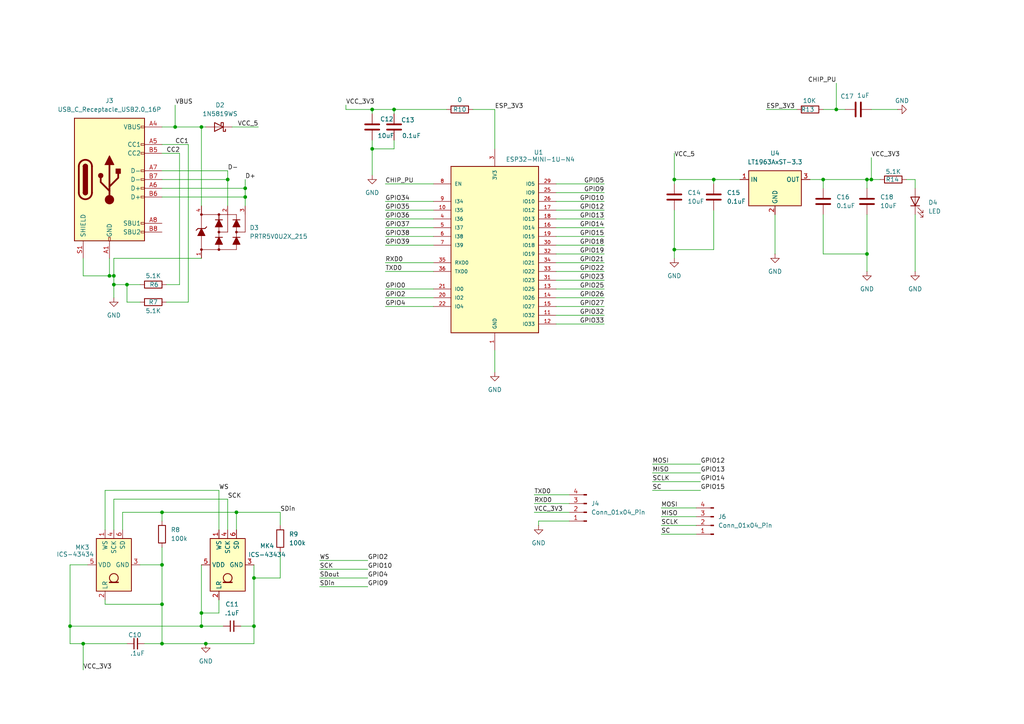
<source format=kicad_sch>
(kicad_sch (version 20231120) (generator "eeschema") (generator_version "8.0")
  (paper "A4")
  (lib_symbols
    (symbol "Connector:Conn_01x04_Pin" (pin_names (offset 1.016) hide)
      (property "Reference" "J" (at 0 5.08 0))
      (property "Value" "Conn_01x04_Pin" (at 0 -7.62 0))
      (symbol "Conn_01x04_Pin_1_1"
        (polyline (pts (xy 1.27 -5.08) (xy 0.8636 -5.08)) (stroke (width 0.1524)))
        (polyline (pts (xy 1.27 -2.54) (xy 0.8636 -2.54)) (stroke (width 0.1524)))
        (polyline (pts (xy 1.27 0) (xy 0.8636 0)) (stroke (width 0.1524)))
        (polyline (pts (xy 1.27 2.54) (xy 0.8636 2.54)) (stroke (width 0.1524)))
        (rectangle (start 0.8636 -4.953) (end 0 -5.207) (stroke (width 0.1524)) (fill (type outline)))
        (rectangle (start 0.8636 -2.413) (end 0 -2.667) (stroke (width 0.1524)) (fill (type outline)))
        (rectangle (start 0.8636 0.127) (end 0 -0.127) (stroke (width 0.1524)) (fill (type outline)))
        (rectangle (start 0.8636 2.667) (end 0 2.413) (stroke (width 0.1524)) (fill (type outline)))
        (pin passive line (at 5.08 2.54 180) (length 3.81) (name "Pin_1") (number "1"))
        (pin passive line (at 5.08 0 180) (length 3.81) (name "Pin_2") (number "2"))
        (pin passive line (at 5.08 -2.54 180) (length 3.81) (name "Pin_3") (number "3"))
        (pin passive line (at 5.08 -5.08 180) (length 3.81) (name "Pin_4") (number "4"))
      )
    )
    (symbol "Connector:USB_C_Receptacle_USB2.0_16P" (pin_names (offset 1.016))
      (property "Reference" "J" (at 0 22.225 0))
      (property "Value" "USB_C_Receptacle_USB2.0_16P" (at 0 19.685 0))
      (symbol "USB_C_Receptacle_USB2.0_16P_0_0"
        (rectangle (start -0.254 -17.78) (end 0.254 -16.764))
        (rectangle (start 10.16 -14.986) (end 9.144 -15.494))
        (rectangle (start 10.16 -12.446) (end 9.144 -12.954))
        (rectangle (start 10.16 -4.826) (end 9.144 -5.334))
        (rectangle (start 10.16 -2.286) (end 9.144 -2.794))
        (rectangle (start 10.16 0.254) (end 9.144 -0.254))
        (rectangle (start 10.16 2.794) (end 9.144 2.286))
        (rectangle (start 10.16 7.874) (end 9.144 7.366))
        (rectangle (start 10.16 10.414) (end 9.144 9.906))
        (rectangle (start 10.16 15.494) (end 9.144 14.986))
      )
      (symbol "USB_C_Receptacle_USB2.0_16P_0_1"
        (rectangle (start -10.16 17.78) (end 10.16 -17.78) (stroke (width 0.254)) (fill (type background)))
        (arc (start -8.89 -3.81) (mid -6.985 -5.7067) (end -5.08 -3.81) (stroke (width 0.508)))
        (arc (start -7.62 -3.81) (mid -6.985 -4.4423) (end -6.35 -3.81) (stroke (width 0.254)))
        (arc (start -7.62 -3.81) (mid -6.985 -4.4423) (end -6.35 -3.81) (stroke (width 0.254)) (fill (type outline)))
        (rectangle (start -7.62 -3.81) (end -6.35 3.81) (stroke (width 0.254)) (fill (type outline)))
        (arc (start -6.35 3.81) (mid -6.985 4.4423) (end -7.62 3.81) (stroke (width 0.254)))
        (arc (start -6.35 3.81) (mid -6.985 4.4423) (end -7.62 3.81) (stroke (width 0.254)) (fill (type outline)))
        (arc (start -5.08 3.81) (mid -6.985 5.7067) (end -8.89 3.81) (stroke (width 0.508)))
        (circle (center -2.54 1.143) (radius 0.635) (stroke (width 0.254)) (fill (type outline)))
        (circle (center 0 -5.842) (radius 1.27) (fill (type outline)))
        (polyline (pts (xy -8.89 -3.81) (xy -8.89 3.81)) (stroke (width 0.508)))
        (polyline (pts (xy -5.08 3.81) (xy -5.08 -3.81)) (stroke (width 0.508)))
        (polyline (pts (xy 0 -5.842) (xy 0 4.318)) (stroke (width 0.508)))
        (polyline (pts (xy 0 -3.302) (xy -2.54 -0.762) (xy -2.54 0.508)) (stroke (width 0.508)))
        (polyline (pts (xy 0 -2.032) (xy 2.54 0.508) (xy 2.54 1.778)) (stroke (width 0.508)))
        (polyline (pts (xy -1.27 4.318) (xy 0 6.858) (xy 1.27 4.318) (xy -1.27 4.318)) (stroke (width 0.254)) (fill (type outline)))
        (rectangle (start 1.905 1.778) (end 3.175 3.048) (stroke (width 0.254)) (fill (type outline)))
      )
      (symbol "USB_C_Receptacle_USB2.0_16P_1_1"
        (pin passive line (at 0 -22.86 90) (length 5.08) (name "GND") (number "A1"))
        (pin passive line (at 0 -22.86 90) (length 5.08) hide (name "GND") (number "A12"))
        (pin passive line (at 15.24 15.24 180) (length 5.08) (name "VBUS") (number "A4"))
        (pin bidirectional line (at 15.24 10.16 180) (length 5.08) (name "CC1") (number "A5"))
        (pin bidirectional line (at 15.24 -2.54 180) (length 5.08) (name "D+") (number "A6"))
        (pin bidirectional line (at 15.24 2.54 180) (length 5.08) (name "D-") (number "A7"))
        (pin bidirectional line (at 15.24 -12.7 180) (length 5.08) (name "SBU1") (number "A8"))
        (pin passive line (at 15.24 15.24 180) (length 5.08) hide (name "VBUS") (number "A9"))
        (pin passive line (at 0 -22.86 90) (length 5.08) hide (name "GND") (number "B1"))
        (pin passive line (at 0 -22.86 90) (length 5.08) hide (name "GND") (number "B12"))
        (pin passive line (at 15.24 15.24 180) (length 5.08) hide (name "VBUS") (number "B4"))
        (pin bidirectional line (at 15.24 7.62 180) (length 5.08) (name "CC2") (number "B5"))
        (pin bidirectional line (at 15.24 -5.08 180) (length 5.08) (name "D+") (number "B6"))
        (pin bidirectional line (at 15.24 0 180) (length 5.08) (name "D-") (number "B7"))
        (pin bidirectional line (at 15.24 -15.24 180) (length 5.08) (name "SBU2") (number "B8"))
        (pin passive line (at 15.24 15.24 180) (length 5.08) hide (name "VBUS") (number "B9"))
        (pin passive line (at -7.62 -22.86 90) (length 5.08) (name "SHIELD") (number "S1"))
      )
    )
    (symbol "Device:C" (pin_numbers hide) (pin_names (offset 0.254))
      (property "Reference" "C" (at 0.635 2.54 0))
      (property "Value" "C" (at 0.635 -2.54 0))
      (symbol "C_0_1"
        (polyline (pts (xy -2.032 -0.762) (xy 2.032 -0.762)) (stroke (width 0.508)))
        (polyline (pts (xy -2.032 0.762) (xy 2.032 0.762)) (stroke (width 0.508)))
      )
      (symbol "C_1_1"
        (pin passive line (at 0 3.81 270) (length 2.794) (name "~") (number "1"))
        (pin passive line (at 0 -3.81 90) (length 2.794) (name "~") (number "2"))
      )
    )
    (symbol "Device:C_Small" (pin_numbers hide) (pin_names (offset 0.254) hide)
      (property "Reference" "C" (at 0.254 1.778 0))
      (property "Value" "C_Small" (at 0.254 -2.032 0))
      (symbol "C_Small_0_1"
        (polyline (pts (xy -1.524 -0.508) (xy 1.524 -0.508)) (stroke (width 0.3302)))
        (polyline (pts (xy -1.524 0.508) (xy 1.524 0.508)) (stroke (width 0.3048)))
      )
      (symbol "C_Small_1_1"
        (pin passive line (at 0 2.54 270) (length 2.032) (name "~") (number "1"))
        (pin passive line (at 0 -2.54 90) (length 2.032) (name "~") (number "2"))
      )
    )
    (symbol "Device:LED" (pin_numbers hide) (pin_names (offset 1.016) hide)
      (property "Reference" "D" (at 0 2.54 0))
      (property "Value" "LED" (at 0 -2.54 0))
      (symbol "LED_0_1"
        (polyline (pts (xy -1.27 -1.27) (xy -1.27 1.27)) (stroke (width 0.254)))
        (polyline (pts (xy -1.27 0) (xy 1.27 0)))
        (polyline (pts (xy 1.27 -1.27) (xy 1.27 1.27) (xy -1.27 0) (xy 1.27 -1.27)) (stroke (width 0.254)))
        (polyline (pts (xy -3.048 -0.762) (xy -4.572 -2.286) (xy -3.81 -2.286) (xy -4.572 -2.286) (xy -4.572 -1.524)))
        (polyline (pts (xy -1.778 -0.762) (xy -3.302 -2.286) (xy -2.54 -2.286) (xy -3.302 -2.286) (xy -3.302 -1.524)))
      )
      (symbol "LED_1_1"
        (pin passive line (at -3.81 0 0) (length 2.54) (name "K") (number "1"))
        (pin passive line (at 3.81 0 180) (length 2.54) (name "A") (number "2"))
      )
    )
    (symbol "Device:R" (pin_numbers hide) (pin_names (offset 0))
      (property "Reference" "R" (at 2.032 0 90))
      (property "Value" "R" (at 0 0 90))
      (symbol "R_0_1"
        (rectangle (start -1.016 -2.54) (end 1.016 2.54) (stroke (width 0.254)))
      )
      (symbol "R_1_1"
        (pin passive line (at 0 3.81 270) (length 1.27) (name "~") (number "1"))
        (pin passive line (at 0 -3.81 90) (length 1.27) (name "~") (number "2"))
      )
    )
    (symbol "Diode:1N5819WS" (pin_numbers hide) (pin_names (offset 1.016) hide)
      (property "Reference" "D" (at 0 2.54 0))
      (property "Value" "1N5819WS" (at 0 -2.54 0))
      (symbol "1N5819WS_0_1"
        (polyline (pts (xy 1.27 0) (xy -1.27 0)))
        (polyline (pts (xy 1.27 1.27) (xy 1.27 -1.27) (xy -1.27 0) (xy 1.27 1.27)) (stroke (width 0.254)))
        (polyline (pts (xy -1.905 0.635) (xy -1.905 1.27) (xy -1.27 1.27) (xy -1.27 -1.27) (xy -0.635 -1.27) (xy -0.635 -0.635)) (stroke (width 0.254)))
      )
      (symbol "1N5819WS_1_1"
        (pin passive line (at -3.81 0 0) (length 2.54) (name "K") (number "1"))
        (pin passive line (at 3.81 0 180) (length 2.54) (name "A") (number "2"))
      )
    )
    (symbol "ESP32-MINI-1U-N4:ESP32-MINI-1U-N4" (pin_names (offset 1.016))
      (property "Reference" "U" (at -12.7 28.702 0))
      (property "Value" "ESP32-MINI-1U-N4" (at 2.794 25.908 0))
      (symbol "ESP32-MINI-1U-N4_0_0"
        (rectangle (start -12.7 25.4) (end 12.7 -22.86) (stroke (width 0.254)) (fill (type background)))
        (pin input line (at -17.78 12.7 0) (length 5.08) (name "I35") (number "10"))
        (pin bidirectional line (at 17.78 -17.78 180) (length 5.08) (name "IO32") (number "11"))
        (pin bidirectional line (at 17.78 -20.32 180) (length 5.08) (name "IO33") (number "12"))
        (pin bidirectional line (at 17.78 -10.16 180) (length 5.08) (name "IO25") (number "13"))
        (pin bidirectional line (at 17.78 -12.7 180) (length 5.08) (name "IO26") (number "14"))
        (pin bidirectional line (at 17.78 -15.24 180) (length 5.08) (name "IO27") (number "15"))
        (pin bidirectional line (at 17.78 7.62 180) (length 5.08) (name "IO14") (number "16"))
        (pin bidirectional line (at 17.78 12.7 180) (length 5.08) (name "IO12") (number "17"))
        (pin bidirectional line (at 17.78 10.16 180) (length 5.08) (name "IO13") (number "18"))
        (pin bidirectional line (at 17.78 5.08 180) (length 5.08) (name "IO15") (number "19"))
        (pin bidirectional line (at -17.78 -12.7 0) (length 5.08) (name "IO2") (number "20"))
        (pin bidirectional line (at -17.78 -10.16 0) (length 5.08) (name "IO0") (number "21"))
        (pin bidirectional line (at -17.78 -15.24 0) (length 5.08) (name "IO4") (number "22"))
        (pin bidirectional line (at 17.78 17.78 180) (length 5.08) (name "IO9") (number "25"))
        (pin bidirectional line (at 17.78 15.24 180) (length 5.08) (name "IO10") (number "26"))
        (pin bidirectional line (at 17.78 20.32 180) (length 5.08) (name "IO5") (number "29"))
        (pin power_in line (at 0 30.48 270) (length 5.08) (name "3V3") (number "3"))
        (pin bidirectional line (at 17.78 2.54 180) (length 5.08) (name "IO18") (number "30"))
        (pin bidirectional line (at 17.78 -7.62 180) (length 5.08) (name "IO23") (number "31"))
        (pin bidirectional line (at 17.78 0 180) (length 5.08) (name "IO19") (number "32"))
        (pin bidirectional line (at 17.78 -5.08 180) (length 5.08) (name "IO22") (number "33"))
        (pin bidirectional line (at 17.78 -2.54 180) (length 5.08) (name "IO21") (number "34"))
        (pin bidirectional line (at -17.78 -2.54 0) (length 5.08) (name "RXD0") (number "35"))
        (pin bidirectional line (at -17.78 -5.08 0) (length 5.08) (name "TXD0") (number "36"))
        (pin input line (at -17.78 10.16 0) (length 5.08) (name "I36") (number "4"))
        (pin input line (at -17.78 7.62 0) (length 5.08) (name "I37") (number "5"))
        (pin input line (at -17.78 5.08 0) (length 5.08) (name "I38") (number "6"))
        (pin input line (at -17.78 2.54 0) (length 5.08) (name "I39") (number "7"))
        (pin input line (at -17.78 20.32 0) (length 5.08) (name "EN") (number "8"))
        (pin input line (at -17.78 15.24 0) (length 5.08) (name "I34") (number "9"))
      )
      (symbol "ESP32-MINI-1U-N4_1_0"
        (pin power_in line (at 0 -27.94 90) (length 5.08) (name "GND") (number "1"))
        (pin power_in line (at 0 -27.94 90) (length 5.08) hide (name "GND") (number "2"))
        (pin no_connect line (at -17.78 -20.32 0) (length 5.08) hide (name "NC") (number "23"))
        (pin no_connect line (at -17.78 -20.32 0) (length 5.08) hide (name "NC__1") (number "24"))
        (pin power_in line (at 0 -27.94 90) (length 5.08) hide (name "GND") (number "27"))
        (pin no_connect line (at -17.78 -20.32 0) (length 5.08) hide (name "NC__2") (number "28"))
        (pin no_connect line (at -17.78 -20.32 0) (length 5.08) hide (name "NC__3") (number "37"))
        (pin power_in line (at 0 -27.94 90) (length 5.08) hide (name "GND") (number "38"))
        (pin power_in line (at 0 -27.94 90) (length 5.08) hide (name "GND") (number "39"))
        (pin power_in line (at 0 -27.94 90) (length 5.08) hide (name "GND") (number "40"))
        (pin power_in line (at 0 -27.94 90) (length 5.08) hide (name "GND") (number "41"))
        (pin power_in line (at 0 -27.94 90) (length 5.08) hide (name "GND") (number "42"))
        (pin power_in line (at 0 -27.94 90) (length 5.08) hide (name "GND") (number "43"))
        (pin power_in line (at 0 -27.94 90) (length 5.08) hide (name "GND") (number "44"))
        (pin power_in line (at 0 -27.94 90) (length 5.08) hide (name "GND") (number "45"))
        (pin power_in line (at 0 -27.94 90) (length 5.08) hide (name "GND") (number "46"))
        (pin power_in line (at 0 -27.94 90) (length 5.08) hide (name "GND") (number "47"))
        (pin power_in line (at 0 -27.94 90) (length 5.08) hide (name "GND") (number "48"))
        (pin power_in line (at 0 -27.94 90) (length 5.08) hide (name "GND") (number "49"))
        (pin power_in line (at 0 -27.94 90) (length 5.08) hide (name "GND") (number "50"))
        (pin power_in line (at 0 -27.94 90) (length 5.08) hide (name "GND") (number "51"))
        (pin power_in line (at 0 -27.94 90) (length 5.08) hide (name "GND") (number "52"))
        (pin power_in line (at 0 -27.94 90) (length 5.08) hide (name "GND") (number "53"))
        (pin power_in line (at 0 -27.94 90) (length 5.08) hide (name "GND") (number "54"))
        (pin power_in line (at 0 -27.94 90) (length 5.08) hide (name "GND") (number "55"))
        (pin power_in line (at 0 -27.94 90) (length 5.08) hide (name "GND") (number "56"))
        (pin power_in line (at 0 -27.94 90) (length 5.08) hide (name "GND") (number "57"))
        (pin power_in line (at 0 -27.94 90) (length 5.08) hide (name "GND") (number "58"))
        (pin power_in line (at 0 -27.94 90) (length 5.08) hide (name "GND") (number "59"))
        (pin power_in line (at 0 -27.94 90) (length 5.08) hide (name "GND") (number "60"))
        (pin power_in line (at 0 -27.94 90) (length 5.08) hide (name "GND") (number "61"))
        (pin power_in line (at 0 -27.94 90) (length 5.08) hide (name "GND") (number "62"))
      )
    )
    (symbol "PRTR5V0U2X_215:PRTR5V0U2X_215" (pin_names (offset 1.016))
      (property "Reference" "D" (at -2.5474 -7.5404 0))
      (property "Value" "PRTR5V0U2X_215" (at -2.543 -10.3245 0))
      (symbol "PRTR5V0U2X_215_0_0"
        (circle (center -5.08 -5.08) (radius 0.254) (stroke (width 0.254)))
        (circle (center -5.08 5.08) (radius 0.254) (stroke (width 0.254)))
        (circle (center 0 -5.08) (radius 0.254) (stroke (width 0.254)))
        (polyline (pts (xy -6.096 1.016) (xy -6.604 0.508)) (stroke (width 0.254)))
        (polyline (pts (xy -6.096 1.016) (xy -5.08 1.016)) (stroke (width 0.254)))
        (polyline (pts (xy -5.08 -1.016) (xy -5.08 -7.62)) (stroke (width 0.1524)))
        (polyline (pts (xy -5.08 1.016) (xy -5.08 7.62)) (stroke (width 0.1524)))
        (polyline (pts (xy -5.08 1.016) (xy -4.064 1.016)) (stroke (width 0.254)))
        (polyline (pts (xy -4.064 1.016) (xy -3.556 1.524)) (stroke (width 0.254)))
        (polyline (pts (xy -1.016 -1.524) (xy 0 -1.524)) (stroke (width 0.254)))
        (polyline (pts (xy -1.016 3.556) (xy 0 3.556)) (stroke (width 0.254)))
        (polyline (pts (xy 0 -5.08) (xy -5.08 -5.08)) (stroke (width 0.1524)))
        (polyline (pts (xy 0 -3.556) (xy 0 -5.08)) (stroke (width 0.1524)))
        (polyline (pts (xy 0 -1.524) (xy 0 0)) (stroke (width 0.1524)))
        (polyline (pts (xy 0 -1.524) (xy 1.016 -1.524)) (stroke (width 0.254)))
        (polyline (pts (xy 0 0) (xy 0 1.524)) (stroke (width 0.1524)))
        (polyline (pts (xy 0 0) (xy 2.54 0)) (stroke (width 0.1524)))
        (polyline (pts (xy 0 3.556) (xy 0 5.08)) (stroke (width 0.254)))
        (polyline (pts (xy 0 3.556) (xy 1.016 3.556)) (stroke (width 0.254)))
        (polyline (pts (xy 0 5.08) (xy -5.08 5.08)) (stroke (width 0.1524)))
        (polyline (pts (xy 2.54 0) (xy 2.54 7.62)) (stroke (width 0.1524)))
        (polyline (pts (xy 4.064 -1.524) (xy 5.08 -1.524)) (stroke (width 0.254)))
        (polyline (pts (xy 4.064 3.556) (xy 5.08 3.556)) (stroke (width 0.254)))
        (polyline (pts (xy 5.08 -5.08) (xy 0 -5.08)) (stroke (width 0.1524)))
        (polyline (pts (xy 5.08 -3.556) (xy 5.08 -5.08)) (stroke (width 0.1524)))
        (polyline (pts (xy 5.08 -1.524) (xy 5.08 0)) (stroke (width 0.1524)))
        (polyline (pts (xy 5.08 -1.524) (xy 6.096 -1.524)) (stroke (width 0.254)))
        (polyline (pts (xy 5.08 0) (xy 5.08 1.524)) (stroke (width 0.1524)))
        (polyline (pts (xy 5.08 0) (xy 7.62 0)) (stroke (width 0.1524)))
        (polyline (pts (xy 5.08 3.556) (xy 5.08 5.08)) (stroke (width 0.1524)))
        (polyline (pts (xy 5.08 3.556) (xy 6.096 3.556)) (stroke (width 0.254)))
        (polyline (pts (xy 5.08 5.08) (xy 0 5.08)) (stroke (width 0.1524)))
        (polyline (pts (xy 7.62 0) (xy 7.62 7.62)) (stroke (width 0.1524)))
        (polyline (pts (xy -6.096 -1.016) (xy -5.08 1.016) (xy -4.064 -1.016) (xy -6.096 -1.016)) (stroke (width 0.254)) (fill (type outline)))
        (polyline (pts (xy -1.016 -3.556) (xy 0 -1.524) (xy 1.016 -3.556) (xy -1.016 -3.556)) (stroke (width 0.254)) (fill (type outline)))
        (polyline (pts (xy -1.016 1.524) (xy 0 3.556) (xy 1.016 1.524) (xy -1.016 1.524)) (stroke (width 0.254)) (fill (type outline)))
        (polyline (pts (xy 4.064 -3.556) (xy 5.08 -1.524) (xy 6.096 -3.556) (xy 4.064 -3.556)) (stroke (width 0.254)) (fill (type outline)))
        (polyline (pts (xy 4.064 1.524) (xy 5.08 3.556) (xy 6.096 1.524) (xy 4.064 1.524)) (stroke (width 0.254)) (fill (type outline)))
        (circle (center 0 0) (radius 0.254) (stroke (width 0.254)))
        (circle (center 0 5.08) (radius 0.254) (stroke (width 0.254)))
        (circle (center 5.08 0) (radius 0.254) (stroke (width 0.254)))
        (pin passive line (at -5.08 -7.62 90) (length 2.54) (name "~") (number "1"))
        (pin passive line (at 2.54 7.62 270) (length 2.54) (name "~") (number "2"))
        (pin passive line (at 7.62 7.62 270) (length 2.54) (name "~") (number "3"))
        (pin passive line (at -5.08 7.62 270) (length 2.54) (name "~") (number "4"))
      )
    )
    (symbol "Regulator_Linear:LT1963AxST-3.3"
      (property "Reference" "U" (at -7.62 6.35 0))
      (property "Value" "LT1963AxST-3.3" (at -1.27 6.35 0))
      (symbol "LT1963AxST-3.3_0_1"
        (rectangle (start -7.62 5.08) (end 7.62 -5.08) (stroke (width 0.254)) (fill (type background)))
      )
      (symbol "LT1963AxST-3.3_1_1"
        (pin power_in line (at -10.16 2.54 0) (length 2.54) (name "IN") (number "1"))
        (pin power_in line (at 0 -7.62 90) (length 2.54) (name "GND") (number "2"))
        (pin power_out line (at 10.16 2.54 180) (length 2.54) (name "OUT") (number "3"))
      )
    )
    (symbol "Sensor_Audio:ICS-43434"
      (property "Reference" "MK" (at -7.62 6.35 0))
      (property "Value" "ICS-43434" (at 1.27 6.35 0))
      (symbol "ICS-43434_1_1"
        (rectangle (start -7.62 5.08) (end 7.62 -5.08) (stroke (width 0.254)) (fill (type background)))
        (circle (center -3.81 0) (radius 1.27) (stroke (width 0.254)))
        (polyline (pts (xy -5.08 1.27) (xy -5.08 -1.27)) (stroke (width 0.381)))
        (pin input line (at 10.16 2.54 180) (length 2.54) (name "WS") (number "1"))
        (pin input line (at -10.16 2.54 0) (length 2.54) (name "LR") (number "2"))
        (pin power_in line (at 0 -7.62 90) (length 2.54) (name "GND") (number "3"))
        (pin input line (at 10.16 0 180) (length 2.54) (name "SCK") (number "4"))
        (pin power_in line (at 0 7.62 270) (length 2.54) (name "VDD") (number "5"))
        (pin output line (at 10.16 -2.54 180) (length 2.54) (name "SD") (number "6"))
      )
    )
    (symbol "power:GND" (power) (pin_numbers hide) (pin_names (offset 0) hide)
      (property "Value" "GND" (at 0 -3.81 0))
      (symbol "GND_0_1"
        (polyline (pts (xy 0 0) (xy 0 -1.27) (xy 1.27 -1.27) (xy 0 -2.54) (xy -1.27 -1.27) (xy 0 -1.27)))
      )
      (symbol "GND_1_1"
        (pin power_in line (at 0 0 270) (length 0) (name "~") (number "1"))
      )
    )
  )
  (junction (at 20.32 181.61))
  (junction (at 107.95 31.75))
  (junction (at 24.13 186.69))
  (junction (at 31.75 80.01))
  (junction (at 251.46 52.07))
  (junction (at 46.99 148.59))
  (junction (at 71.12 54.61))
  (junction (at 114.3 31.75))
  (junction (at 238.76 52.07))
  (junction (at 195.58 52.07))
  (junction (at 58.42 181.61))
  (junction (at 58.42 177.8))
  (junction (at 58.42 36.83))
  (junction (at 71.12 57.15))
  (junction (at 207.01 52.07))
  (junction (at 50.8 36.83))
  (junction (at 33.02 80.01))
  (junction (at 68.58 148.59))
  (junction (at 66.04 52.07))
  (junction (at 59.69 186.69))
  (junction (at 195.58 72.39))
  (junction (at 46.99 175.26))
  (junction (at 46.99 163.83))
  (junction (at 242.57 31.75))
  (junction (at 36.83 82.55))
  (junction (at 33.02 82.55))
  (junction (at 73.66 181.61))
  (junction (at 251.46 73.66))
  (junction (at 46.99 186.69))
  (junction (at 107.95 43.18))
  (junction (at 73.66 167.64))
  (junction (at 252.73 52.07))
  (wire (pts (xy 33.02 74.93) (xy 33.02 80.01)))
  (wire (pts (xy 107.95 40.64) (xy 107.95 43.18)))
  (wire (pts (xy 24.13 194.31) (xy 24.13 186.69)))
  (wire (pts (xy 251.46 73.66) (xy 251.46 78.74)))
  (wire (pts (xy 175.26 60.96) (xy 161.29 60.96)))
  (wire (pts (xy 161.29 83.82) (xy 175.26 83.82)))
  (wire (pts (xy 189.23 139.7) (xy 203.2 139.7)))
  (wire (pts (xy 58.42 181.61) (xy 64.77 181.61)))
  (wire (pts (xy 125.73 66.04) (xy 111.76 66.04)))
  (wire (pts (xy 52.07 44.45) (xy 52.07 82.55)))
  (wire (pts (xy 161.29 76.2) (xy 175.26 76.2)))
  (wire (pts (xy 92.71 170.18) (xy 106.68 170.18)))
  (wire (pts (xy 238.76 52.07) (xy 251.46 52.07)))
  (wire (pts (xy 154.94 148.59) (xy 165.1 148.59)))
  (wire (pts (xy 175.26 63.5) (xy 161.29 63.5)))
  (wire (pts (xy 175.26 68.58) (xy 161.29 68.58)))
  (wire (pts (xy 20.32 181.61) (xy 58.42 181.61)))
  (wire (pts (xy 59.69 186.69) (xy 73.66 186.69)))
  (wire (pts (xy 73.66 186.69) (xy 73.66 181.61)))
  (wire (pts (xy 46.99 186.69) (xy 59.69 186.69)))
  (wire (pts (xy 54.61 41.91) (xy 54.61 87.63)))
  (wire (pts (xy 69.85 181.61) (xy 73.66 181.61)))
  (wire (pts (xy 30.48 142.24) (xy 30.48 153.67)))
  (wire (pts (xy 207.01 60.96) (xy 207.01 72.39)))
  (wire (pts (xy 125.73 71.12) (xy 111.76 71.12)))
  (wire (pts (xy 125.73 58.42) (xy 111.76 58.42)))
  (wire (pts (xy 58.42 177.8) (xy 63.5 177.8)))
  (wire (pts (xy 251.46 52.07) (xy 252.73 52.07)))
  (wire (pts (xy 251.46 52.07) (xy 251.46 54.61)))
  (wire (pts (xy 195.58 44.45) (xy 195.58 52.07)))
  (wire (pts (xy 191.77 149.86) (xy 201.93 149.86)))
  (wire (pts (xy 33.02 82.55) (xy 36.83 82.55)))
  (wire (pts (xy 154.94 143.51) (xy 165.1 143.51)))
  (wire (pts (xy 195.58 72.39) (xy 195.58 74.93)))
  (wire (pts (xy 238.76 31.75) (xy 242.57 31.75)))
  (wire (pts (xy 41.91 186.69) (xy 46.99 186.69)))
  (wire (pts (xy 114.3 40.64) (xy 114.3 43.18)))
  (wire (pts (xy 36.83 82.55) (xy 40.64 82.55)))
  (wire (pts (xy 156.21 151.13) (xy 156.21 152.4)))
  (wire (pts (xy 161.29 88.9) (xy 175.26 88.9)))
  (wire (pts (xy 111.76 53.34) (xy 125.73 53.34)))
  (wire (pts (xy 207.01 53.34) (xy 207.01 52.07)))
  (wire (pts (xy 67.31 36.83) (xy 74.93 36.83)))
  (wire (pts (xy 66.04 144.78) (xy 66.04 153.67)))
  (wire (pts (xy 58.42 181.61) (xy 58.42 177.8)))
  (wire (pts (xy 161.29 86.36) (xy 175.26 86.36)))
  (wire (pts (xy 35.56 153.67) (xy 35.56 148.59)))
  (wire (pts (xy 46.99 148.59) (xy 68.58 148.59)))
  (wire (pts (xy 33.02 74.93) (xy 58.42 74.93)))
  (wire (pts (xy 50.8 36.83) (xy 58.42 36.83)))
  (wire (pts (xy 58.42 36.83) (xy 59.69 36.83)))
  (wire (pts (xy 46.99 52.07) (xy 66.04 52.07)))
  (wire (pts (xy 222.25 31.75) (xy 231.14 31.75)))
  (wire (pts (xy 238.76 73.66) (xy 251.46 73.66)))
  (wire (pts (xy 107.95 31.75) (xy 114.3 31.75)))
  (wire (pts (xy 35.56 148.59) (xy 46.99 148.59)))
  (wire (pts (xy 66.04 52.07) (xy 66.04 59.69)))
  (wire (pts (xy 125.73 76.2) (xy 111.76 76.2)))
  (wire (pts (xy 252.73 52.07) (xy 255.27 52.07)))
  (wire (pts (xy 242.57 31.75) (xy 245.11 31.75)))
  (wire (pts (xy 189.23 142.24) (xy 203.2 142.24)))
  (wire (pts (xy 40.64 163.83) (xy 46.99 163.83)))
  (wire (pts (xy 175.26 53.34) (xy 161.29 53.34)))
  (wire (pts (xy 31.75 80.01) (xy 33.02 80.01)))
  (wire (pts (xy 191.77 154.94) (xy 201.93 154.94)))
  (wire (pts (xy 195.58 53.34) (xy 195.58 52.07)))
  (wire (pts (xy 54.61 87.63) (xy 48.26 87.63)))
  (wire (pts (xy 125.73 68.58) (xy 111.76 68.58)))
  (wire (pts (xy 71.12 57.15) (xy 71.12 59.69)))
  (wire (pts (xy 71.12 52.07) (xy 71.12 54.61)))
  (wire (pts (xy 24.13 80.01) (xy 31.75 80.01)))
  (wire (pts (xy 73.66 167.64) (xy 81.28 167.64)))
  (wire (pts (xy 20.32 186.69) (xy 20.32 181.61)))
  (wire (pts (xy 107.95 43.18) (xy 107.95 50.8)))
  (wire (pts (xy 92.71 165.1) (xy 106.68 165.1)))
  (wire (pts (xy 262.89 52.07) (xy 265.43 52.07)))
  (wire (pts (xy 161.29 73.66) (xy 175.26 73.66)))
  (wire (pts (xy 68.58 148.59) (xy 68.58 153.67)))
  (wire (pts (xy 114.3 43.18) (xy 107.95 43.18)))
  (wire (pts (xy 207.01 52.07) (xy 214.63 52.07)))
  (wire (pts (xy 175.26 58.42) (xy 161.29 58.42)))
  (wire (pts (xy 30.48 175.26) (xy 30.48 173.99)))
  (wire (pts (xy 68.58 148.59) (xy 81.28 148.59)))
  (wire (pts (xy 46.99 158.75) (xy 46.99 163.83)))
  (wire (pts (xy 175.26 55.88) (xy 161.29 55.88)))
  (wire (pts (xy 58.42 177.8) (xy 58.42 163.83)))
  (wire (pts (xy 100.33 31.75) (xy 107.95 31.75)))
  (wire (pts (xy 50.8 30.48) (xy 50.8 36.83)))
  (wire (pts (xy 252.73 31.75) (xy 260.35 31.75)))
  (wire (pts (xy 137.16 31.75) (xy 143.51 31.75)))
  (wire (pts (xy 33.02 144.78) (xy 66.04 144.78)))
  (wire (pts (xy 46.99 49.53) (xy 66.04 49.53)))
  (wire (pts (xy 191.77 147.32) (xy 201.93 147.32)))
  (wire (pts (xy 63.5 173.99) (xy 63.5 177.8)))
  (wire (pts (xy 92.71 162.56) (xy 106.68 162.56)))
  (wire (pts (xy 20.32 163.83) (xy 20.32 181.61)))
  (wire (pts (xy 30.48 175.26) (xy 46.99 175.26)))
  (wire (pts (xy 63.5 142.24) (xy 30.48 142.24)))
  (wire (pts (xy 125.73 60.96) (xy 111.76 60.96)))
  (wire (pts (xy 100.33 30.48) (xy 100.33 31.75)))
  (wire (pts (xy 81.28 148.59) (xy 81.28 152.4)))
  (wire (pts (xy 265.43 62.23) (xy 265.43 78.74)))
  (wire (pts (xy 238.76 62.23) (xy 238.76 73.66)))
  (wire (pts (xy 143.51 43.18) (xy 143.51 31.75)))
  (wire (pts (xy 63.5 153.67) (xy 63.5 142.24)))
  (wire (pts (xy 189.23 137.16) (xy 203.2 137.16)))
  (wire (pts (xy 25.4 163.83) (xy 20.32 163.83)))
  (wire (pts (xy 73.66 167.64) (xy 73.66 163.83)))
  (wire (pts (xy 107.95 31.75) (xy 107.95 33.02)))
  (wire (pts (xy 234.95 52.07) (xy 238.76 52.07)))
  (wire (pts (xy 175.26 71.12) (xy 161.29 71.12)))
  (wire (pts (xy 40.64 87.63) (xy 36.83 87.63)))
  (wire (pts (xy 58.42 36.83) (xy 58.42 59.69)))
  (wire (pts (xy 252.73 45.72) (xy 252.73 52.07)))
  (wire (pts (xy 165.1 151.13) (xy 156.21 151.13)))
  (wire (pts (xy 154.94 146.05) (xy 165.1 146.05)))
  (wire (pts (xy 238.76 52.07) (xy 238.76 54.61)))
  (wire (pts (xy 195.58 52.07) (xy 207.01 52.07)))
  (wire (pts (xy 111.76 86.36) (xy 125.73 86.36)))
  (wire (pts (xy 33.02 82.55) (xy 33.02 80.01)))
  (wire (pts (xy 46.99 41.91) (xy 54.61 41.91)))
  (wire (pts (xy 81.28 160.02) (xy 81.28 167.64)))
  (wire (pts (xy 46.99 36.83) (xy 50.8 36.83)))
  (wire (pts (xy 189.23 134.62) (xy 203.2 134.62)))
  (wire (pts (xy 36.83 186.69) (xy 24.13 186.69)))
  (wire (pts (xy 125.73 78.74) (xy 111.76 78.74)))
  (wire (pts (xy 46.99 57.15) (xy 71.12 57.15)))
  (wire (pts (xy 195.58 60.96) (xy 195.58 72.39)))
  (wire (pts (xy 161.29 81.28) (xy 175.26 81.28)))
  (wire (pts (xy 52.07 82.55) (xy 48.26 82.55)))
  (wire (pts (xy 265.43 52.07) (xy 265.43 54.61)))
  (wire (pts (xy 31.75 74.93) (xy 31.75 80.01)))
  (wire (pts (xy 33.02 144.78) (xy 33.02 153.67)))
  (wire (pts (xy 114.3 31.75) (xy 129.54 31.75)))
  (wire (pts (xy 143.51 107.95) (xy 143.51 101.6)))
  (wire (pts (xy 175.26 66.04) (xy 161.29 66.04)))
  (wire (pts (xy 46.99 163.83) (xy 46.99 175.26)))
  (wire (pts (xy 125.73 63.5) (xy 111.76 63.5)))
  (wire (pts (xy 224.79 62.23) (xy 224.79 73.66)))
  (wire (pts (xy 111.76 83.82) (xy 125.73 83.82)))
  (wire (pts (xy 111.76 88.9) (xy 125.73 88.9)))
  (wire (pts (xy 46.99 54.61) (xy 71.12 54.61)))
  (wire (pts (xy 161.29 93.98) (xy 175.26 93.98)))
  (wire (pts (xy 66.04 49.53) (xy 66.04 52.07)))
  (wire (pts (xy 24.13 74.93) (xy 24.13 80.01)))
  (wire (pts (xy 161.29 91.44) (xy 175.26 91.44)))
  (wire (pts (xy 242.57 31.75) (xy 242.57 24.13)))
  (wire (pts (xy 114.3 31.75) (xy 114.3 33.02)))
  (wire (pts (xy 36.83 87.63) (xy 36.83 82.55)))
  (wire (pts (xy 251.46 62.23) (xy 251.46 73.66)))
  (wire (pts (xy 92.71 167.64) (xy 106.68 167.64)))
  (wire (pts (xy 24.13 186.69) (xy 20.32 186.69)))
  (wire (pts (xy 71.12 54.61) (xy 71.12 57.15)))
  (wire (pts (xy 73.66 181.61) (xy 73.66 167.64)))
  (wire (pts (xy 46.99 44.45) (xy 52.07 44.45)))
  (wire (pts (xy 161.29 78.74) (xy 175.26 78.74)))
  (wire (pts (xy 46.99 175.26) (xy 46.99 186.69)))
  (wire (pts (xy 207.01 72.39) (xy 195.58 72.39)))
  (wire (pts (xy 33.02 86.36) (xy 33.02 82.55)))
  (wire (pts (xy 46.99 148.59) (xy 46.99 151.13)))
  (wire (pts (xy 191.77 152.4) (xy 201.93 152.4)))
  (label "SC" (at 191.77 154.94 0))
  (label "SDin" (at 81.28 148.59 0))
  (label "MOSI" (at 189.23 134.62 0))
  (label "GPIO15" (at 203.2 142.24 0))
  (label "CHIP_PU" (at 242.57 24.13 180))
  (label "GPIO10" (at 175.26 58.42 180))
  (label "VCC_3V3" (at 24.13 194.31 0))
  (label "SDin" (at 92.71 170.18 0))
  (label "GPIO12" (at 175.26 60.96 180))
  (label "D+" (at 71.12 52.07 0))
  (label "GPIO32" (at 175.26 91.44 180))
  (label "CHIP_PU" (at 111.76 53.34 0))
  (label "VCC_3V3" (at 154.94 148.59 0))
  (label "MISO" (at 191.77 149.86 0))
  (label "GPIO9" (at 175.26 55.88 180))
  (label "GPIO19" (at 175.26 73.66 180))
  (label "TXD0" (at 111.76 78.74 0))
  (label "GPIO2" (at 111.76 86.36 0))
  (label "GPIO10" (at 106.68 165.1 0))
  (label "GPIO5" (at 175.26 53.34 180))
  (label "GPIO34" (at 111.76 58.42 0))
  (label "D-" (at 66.04 49.53 0))
  (label "GPIO36" (at 111.76 63.5 0))
  (label "CC2" (at 48.26 44.45 0))
  (label "VCC_5" (at 195.58 45.72 0))
  (label "GPIO0" (at 111.76 83.82 0) (property "Netclass" "GPIO0" (effects (hide yes))))
  (label "GPIO23" (at 175.26 81.28 180))
  (label "GPIO14" (at 175.26 66.04 180))
  (label "GPIO37" (at 111.76 66.04 0))
  (label "SCLK" (at 189.23 139.7 0))
  (label "ESP_3V3" (at 143.51 31.75 0))
  (label "GPIO15" (at 175.26 68.58 180))
  (label "GPIO21" (at 175.26 76.2 180))
  (label "GPIO4" (at 106.68 167.64 0))
  (label "VCC_5" (at 74.93 36.83 180))
  (label "MOSI" (at 191.77 147.32 0))
  (label "GPIO39" (at 111.76 71.12 0))
  (label "GPIO13" (at 175.26 63.5 180))
  (label "GPIO2" (at 106.68 162.56 0))
  (label "SDout" (at 92.71 167.64 0))
  (label "GPIO27" (at 175.26 88.9 180))
  (label "GPIO38" (at 111.76 68.58 0))
  (label "GPIO14" (at 203.2 139.7 0))
  (label "VBUS" (at 50.8 30.48 0))
  (label "SC" (at 189.23 142.24 0))
  (label "WS" (at 63.5 142.24 0))
  (label "GPIO25" (at 175.26 83.82 180))
  (label "ESP_3V3" (at 222.25 31.75 0))
  (label "GPIO35" (at 111.76 60.96 0))
  (label "GPIO12" (at 203.2 134.62 0))
  (label "MISO" (at 189.23 137.16 0))
  (label "VCC_3V3" (at 252.73 45.72 0))
  (label "GPIO13" (at 203.2 137.16 0))
  (label "GPIO9" (at 106.68 170.18 0))
  (label "GPIO26" (at 175.26 86.36 180))
  (label "GPIO18" (at 175.26 71.12 180))
  (label "CC1" (at 50.8 41.91 0))
  (label "SCLK" (at 191.77 152.4 0))
  (label "RXD0" (at 154.94 146.05 0))
  (label "GPIO4" (at 111.76 88.9 0))
  (label "SCK" (at 66.04 144.78 0))
  (label "SCK" (at 92.71 165.1 0))
  (label "WS" (at 92.71 162.56 0))
  (label "GPIO22" (at 175.26 78.74 180))
  (label "TXD0" (at 154.94 143.51 0))
  (label "RXD0" (at 111.76 76.2 0))
  (label "VCC_3V3" (at 100.33 30.48 0))
  (label "GPIO33" (at 175.26 93.98 180))
  (symbol (lib_id "Regulator_Linear:LT1963AxST-3.3") (at 224.79 54.61 0) (unit 1)
    (property "Reference" "U4" (at 224.79 44.45 0))
    (property "Value" "LT1963AxST-3.3" (at 224.79 46.99 0))
    (property "Footprint" "TLV1117_50CDCYR:DCY0004A_N" (effects (hide yes)))
    (property "Datasheet" "https://www.analog.com/media/en/technical-documentation/data-sheets/1963aff.pdf" (effects (hide yes)))
    (property "Description" "3.3V, 1.5A, Low Noise, Fast Transient Response LDO Regulator, SOT-223" (effects (hide yes)))
  )
  (symbol (lib_id "Connector:Conn_01x04_Pin") (at 170.18 148.59 180) (unit 1)
    (property "Reference" "J4" (at 171.45 146.0499 0) (effects (justify right)))
    (property "Value" "Conn_01x04_Pin" (at 171.45 148.5899 0) (effects (justify right)))
    (property "Footprint" "Connector_PinHeader_1.27mm:PinHeader_1x04_P1.27mm_Vertical" (effects (hide yes)))
    (property "Description" "Generic connector, single row, 01x04, script generated" (effects (hide yes)))
  )
  (symbol (lib_id "Device:C") (at 238.76 58.42 0) (unit 1)
    (property "Reference" "C16" (at 242.57 57.1499 0) (effects (justify left)))
    (property "Value" "0.1uF" (at 242.57 59.6899 0) (effects (justify left)))
    (property "Footprint" "Capacitor_SMD:C_0805_2012Metric_Pad1.18x1.45mm_HandSolder" (effects (hide yes)))
    (property "Description" "Unpolarized capacitor" (effects (hide yes)))
  )
  (symbol (lib_id "power:GND") (at 260.35 31.75 90) (unit 1)
    (property "Reference" "#PWR018" (effects (hide yes)))
    (property "Value" "GND" (at 261.62 29.21 90))
    (property "Description" "Power symbol creates a global label with name \"GND\" , ground" (effects (hide yes)))
  )
  (symbol (lib_id "Device:C") (at 207.01 57.15 0) (unit 1)
    (property "Reference" "C15" (at 210.82 55.8799 0) (effects (justify left)))
    (property "Value" "0.1uF" (at 210.82 58.4199 0) (effects (justify left)))
    (property "Footprint" "Capacitor_SMD:C_0805_2012Metric_Pad1.18x1.45mm_HandSolder" (effects (hide yes)))
    (property "Description" "Unpolarized capacitor" (effects (hide yes)))
  )
  (symbol (lib_id "Device:R") (at 44.45 82.55 90) (unit 1)
    (property "Reference" "R6" (at 44.704 82.55 90))
    (property "Value" "5.1K" (at 44.45 80.01 90))
    (property "Footprint" "Resistor_SMD:R_0805_2012Metric_Pad1.20x1.40mm_HandSolder" (effects (hide yes)))
    (property "Description" "Resistor" (effects (hide yes)))
  )
  (symbol (lib_id "Device:C") (at 251.46 58.42 0) (unit 1)
    (property "Reference" "C18" (at 255.27 57.1499 0) (effects (justify left)))
    (property "Value" "10uF" (at 255.27 59.6899 0) (effects (justify left)))
    (property "Footprint" "Capacitor_SMD:C_0805_2012Metric_Pad1.18x1.45mm_HandSolder" (effects (hide yes)))
    (property "Description" "Unpolarized capacitor" (effects (hide yes)))
  )
  (symbol (lib_id "power:GND") (at 195.58 74.93 0) (unit 1)
    (property "Reference" "#PWR015" (effects (hide yes)))
    (property "Value" "GND" (at 195.58 80.01 0))
    (property "Description" "Power symbol creates a global label with name \"GND\" , ground" (effects (hide yes)))
  )
  (symbol (lib_id "power:GND") (at 265.43 78.74 0) (unit 1)
    (property "Reference" "#PWR019" (effects (hide yes)))
    (property "Value" "GND" (at 265.43 83.82 0))
    (property "Description" "Power symbol creates a global label with name \"GND\" , ground" (effects (hide yes)))
  )
  (symbol (lib_id "Device:R") (at 44.45 87.63 90) (unit 1)
    (property "Reference" "R7" (at 44.45 87.63 90))
    (property "Value" "5.1K" (at 44.45 90.17 90))
    (property "Footprint" "Resistor_SMD:R_0805_2012Metric_Pad1.20x1.40mm_HandSolder" (effects (hide yes)))
    (property "Description" "Resistor" (effects (hide yes)))
  )
  (symbol (lib_id "power:GND") (at 224.79 73.66 0) (unit 1)
    (property "Reference" "#PWR016" (effects (hide yes)))
    (property "Value" "GND" (at 224.79 78.74 0))
    (property "Description" "Power symbol creates a global label with name \"GND\" , ground" (effects (hide yes)))
  )
  (symbol (lib_id "Device:R") (at 81.28 156.21 0) (unit 1)
    (property "Reference" "R9" (at 83.82 154.9399 0) (effects (justify left)))
    (property "Value" "100k" (at 83.82 157.4799 0) (effects (justify left)))
    (property "Footprint" "Resistor_SMD:R_0805_2012Metric_Pad1.20x1.40mm_HandSolder" (effects (hide yes)))
    (property "Description" "Resistor" (effects (hide yes)))
  )
  (symbol (lib_id "Device:LED") (at 265.43 58.42 90) (unit 1)
    (property "Reference" "D4" (at 269.24 58.7374 90) (effects (justify right)))
    (property "Value" "LED" (at 269.24 61.2774 90) (effects (justify right)))
    (property "Footprint" "LED_SMD:LED_0603_1608Metric_Pad1.05x0.95mm_HandSolder" (effects (hide yes)))
    (property "Description" "Light emitting diode" (effects (hide yes)))
  )
  (symbol (lib_id "Sensor_Audio:ICS-43434") (at 33.02 163.83 90) (unit 1)
    (property "Reference" "MK3" (at 23.876 158.75 90))
    (property "Value" "ICS-43434" (at 21.844 160.782 90))
    (property "Footprint" "Sensor_Audio:InvenSense_ICS-43434-6_3.5x2.65mm" (effects (hide yes)))
    (property "Datasheet" "https://www.invensense.com/wp-content/uploads/2016/02/DS-000069-ICS-43434-v1.2.pdf" (effects (hide yes)))
    (property "Description" "TDK InvenSense MEMS Microphone, 24-bit I2S, 65 dBA SNR, LGA-6" (effects (hide yes)))
  )
  (symbol (lib_id "Device:C_Small") (at 67.31 181.61 90) (unit 1)
    (property "Reference" "C11" (at 67.3163 175.26 90))
    (property "Value" ".1uF" (at 67.3163 177.8 90))
    (property "Footprint" "Capacitor_SMD:C_0805_2012Metric_Pad1.18x1.45mm_HandSolder" (effects (hide yes)))
    (property "Description" "Unpolarized capacitor, small symbol" (effects (hide yes)))
  )
  (symbol (lib_id "Device:R") (at 133.35 31.75 90) (unit 1)
    (property "Reference" "R10" (at 133.35 31.75 90))
    (property "Value" "0" (at 133.35 28.956 90))
    (property "Footprint" "Jumper:SolderJumper-2_P1.3mm_Open_RoundedPad1.0x1.5mm" (effects (hide yes)))
    (property "Description" "Resistor" (effects (hide yes)))
  )
  (symbol (lib_id "power:GND") (at 143.51 107.95 0) (unit 1)
    (property "Reference" "#PWR013" (effects (hide yes)))
    (property "Value" "GND" (at 143.51 113.03 0))
    (property "Description" "Power symbol creates a global label with name \"GND\" , ground" (effects (hide yes)))
  )
  (symbol (lib_id "Device:C") (at 195.58 57.15 0) (unit 1)
    (property "Reference" "C14" (at 199.39 55.8799 0) (effects (justify left)))
    (property "Value" "10uF" (at 199.39 58.4199 0) (effects (justify left)))
    (property "Footprint" "Capacitor_SMD:C_0805_2012Metric_Pad1.18x1.45mm_HandSolder" (effects (hide yes)))
    (property "Description" "Unpolarized capacitor" (effects (hide yes)))
  )
  (symbol (lib_id "power:GND") (at 251.46 78.74 0) (unit 1)
    (property "Reference" "#PWR017" (effects (hide yes)))
    (property "Value" "GND" (at 251.46 83.82 0))
    (property "Description" "Power symbol creates a global label with name \"GND\" , ground" (effects (hide yes)))
  )
  (symbol (lib_id "Device:R") (at 259.08 52.07 90) (unit 1)
    (property "Reference" "R14" (at 258.826 52.07 90))
    (property "Value" "5.1K" (at 259.08 49.784 90))
    (property "Footprint" "Resistor_SMD:R_0603_1608Metric_Pad0.98x0.95mm_HandSolder" (effects (hide yes)))
    (property "Description" "Resistor" (effects (hide yes)))
  )
  (symbol (lib_id "Diode:1N5819WS") (at 63.5 36.83 180) (unit 1)
    (property "Reference" "D2" (at 63.8175 30.48 0))
    (property "Value" "1N5819WS" (at 63.8175 33.02 0))
    (property "Footprint" "Diode_SMD:D_SOD-323" (effects (hide yes)))
    (property "Datasheet" "https://datasheet.lcsc.com/lcsc/2204281430_Guangdong-Hottech-1N5819WS_C191023.pdf" (effects (hide yes)))
    (property "Description" "40V 600mV@1A 1A SOD-323 Schottky Barrier Diodes, SOD-323" (effects (hide yes)))
  )
  (symbol (lib_id "Device:R") (at 46.99 154.94 0) (unit 1)
    (property "Reference" "R8" (at 49.53 153.6699 0) (effects (justify left)))
    (property "Value" "100k" (at 49.53 156.2099 0) (effects (justify left)))
    (property "Footprint" "Resistor_SMD:R_0805_2012Metric_Pad1.20x1.40mm_HandSolder" (effects (hide yes)))
    (property "Description" "Resistor" (effects (hide yes)))
  )
  (symbol (lib_id "Device:R") (at 234.95 31.75 270) (unit 1)
    (property "Reference" "R13" (at 236.22 31.75 90) (effects (justify right)))
    (property "Value" "10K" (at 236.728 29.21 90) (effects (justify right)))
    (property "Footprint" "Resistor_SMD:R_0805_2012Metric" (effects (hide yes)))
    (property "Description" "Resistor" (effects (hide yes)))
  )
  (symbol (lib_id "PRTR5V0U2X_215:PRTR5V0U2X_215") (at 63.5 67.31 0) (unit 1)
    (property "Reference" "D3" (at 72.39 66.0399 0) (effects (justify left)))
    (property "Value" "PRTR5V0U2X_215" (at 72.39 68.5799 0) (effects (justify left)))
    (property "Footprint" "Library:SOT143B" (effects (hide yes)))
  )
  (symbol (lib_id "power:GND") (at 33.02 86.36 0) (unit 1)
    (property "Reference" "#PWR010" (effects (hide yes)))
    (property "Value" "GND" (at 33.02 91.44 0))
    (property "Description" "Power symbol creates a global label with name \"GND\" , ground" (effects (hide yes)))
  )
  (symbol (lib_id "Device:C") (at 114.3 36.83 0) (unit 1)
    (property "Reference" "C13" (at 116.332 34.798 0) (effects (justify left)))
    (property "Value" "0.1uF" (at 116.586 39.37 0) (effects (justify left)))
    (property "Footprint" "Capacitor_SMD:C_0805_2012Metric_Pad1.18x1.45mm_HandSolder" (effects (hide yes)))
    (property "Description" "Unpolarized capacitor" (effects (hide yes)))
  )
  (symbol (lib_id "Device:C") (at 248.92 31.75 90) (unit 1)
    (property "Reference" "C17" (at 247.6499 27.94 90) (effects (justify left)))
    (property "Value" "1uF" (at 252.222 27.686 90) (effects (justify left)))
    (property "Footprint" "Capacitor_SMD:C_0805_2012Metric_Pad1.18x1.45mm_HandSolder" (effects (hide yes)))
    (property "Description" "Unpolarized capacitor" (effects (hide yes)))
  )
  (symbol (lib_id "Device:C") (at 107.95 36.83 0) (unit 1)
    (property "Reference" "C12" (at 110.236 34.544 0) (effects (justify left)))
    (property "Value" "10uF" (at 109.474 39.37 0) (effects (justify left)))
    (property "Footprint" "Capacitor_SMD:C_0805_2012Metric_Pad1.18x1.45mm_HandSolder" (effects (hide yes)))
    (property "Description" "Unpolarized capacitor" (effects (hide yes)))
  )
  (symbol (lib_id "Connector:Conn_01x04_Pin") (at 207.01 152.4 180) (unit 1)
    (property "Reference" "J6" (at 208.28 149.8599 0) (effects (justify right)))
    (property "Value" "Conn_01x04_Pin" (at 208.28 152.3999 0) (effects (justify right)))
    (property "Footprint" "Connector_PinHeader_1.27mm:PinHeader_1x04_P1.27mm_Vertical" (effects (hide yes)))
    (property "Description" "Generic connector, single row, 01x04, script generated" (effects (hide yes)))
  )
  (symbol (lib_id "Sensor_Audio:ICS-43434") (at 66.04 163.83 90) (unit 1)
    (property "Reference" "MK4" (at 77.47 158.3338 90))
    (property "Value" "ICS-43434" (at 77.47 160.8738 90))
    (property "Footprint" "Sensor_Audio:InvenSense_ICS-43434-6_3.5x2.65mm" (effects (hide yes)))
    (property "Datasheet" "https://www.invensense.com/wp-content/uploads/2016/02/DS-000069-ICS-43434-v1.2.pdf" (effects (hide yes)))
    (property "Description" "TDK InvenSense MEMS Microphone, 24-bit I2S, 65 dBA SNR, LGA-6" (effects (hide yes)))
  )
  (symbol (lib_id "Device:C_Small") (at 39.37 186.69 90) (unit 1)
    (property "Reference" "C10" (at 39.116 184.15 90))
    (property "Value" ".1uF" (at 39.878 189.484 90))
    (property "Footprint" "Capacitor_SMD:C_0805_2012Metric_Pad1.18x1.45mm_HandSolder" (effects (hide yes)))
    (property "Description" "Unpolarized capacitor, small symbol" (effects (hide yes)))
  )
  (symbol (lib_id "power:GND") (at 156.21 152.4 0) (unit 1)
    (property "Reference" "#PWR014" (effects (hide yes)))
    (property "Value" "GND" (at 156.21 157.48 0))
    (property "Description" "Power symbol creates a global label with name \"GND\" , ground" (effects (hide yes)))
  )
  (symbol (lib_id "ESP32-MINI-1U-N4:ESP32-MINI-1U-N4") (at 143.51 73.66 0) (unit 1)
    (property "Reference" "U1" (at 156.21 44.196 0))
    (property "Value" "ESP32-MINI-1U-N4" (at 156.718 46.228 0))
    (property "Footprint" "ESP32_MINI_1U_N4:MODULE_ESP32-MINI-1U-N4" (effects (hide yes)))
    (property "PARTREV" "v1.2" (effects (hide yes)))
    (property "STANDARD" "Manufacturer Recommendations" (effects (hide yes)))
    (property "SNAPEDA_PN" "ESP32-MINI-1U-N4" (effects (hide yes)))
    (property "MAXIMUM_PACKAGE_HEIGHT" "2.55mm" (effects (hide yes)))
    (property "MANUFACTURER" "Espressif Systems" (effects (hide yes)))
  )
  (symbol (lib_id "power:GND") (at 107.95 50.8 0) (unit 1)
    (property "Reference" "#PWR012" (effects (hide yes)))
    (property "Value" "GND" (at 107.95 55.88 0))
    (property "Description" "Power symbol creates a global label with name \"GND\" , ground" (effects (hide yes)))
  )
  (symbol (lib_id "Connector:USB_C_Receptacle_USB2.0_16P") (at 31.75 52.07 0) (unit 1)
    (property "Reference" "J3" (at 31.75 29.21 0))
    (property "Value" "USB_C_Receptacle_USB2.0_16P" (at 31.75 31.75 0))
    (property "Footprint" "Connector_USB:USB_C_Receptacle_JAE_DX07S016JA1R1500" (effects (hide yes)))
    (property "Datasheet" "https://www.usb.org/sites/default/files/documents/usb_type-c.zip" (effects (hide yes)))
    (property "Description" "USB 2.0-only 16P Type-C Receptacle connector" (effects (hide yes)))
  )
  (symbol (lib_id "power:GND") (at 59.69 186.69 0) (unit 1)
    (property "Reference" "#PWR011" (effects (hide yes)))
    (property "Value" "GND" (at 59.69 191.77 0))
    (property "Description" "Power symbol creates a global label with name \"GND\" , ground" (effects (hide yes)))
  )
)
</source>
